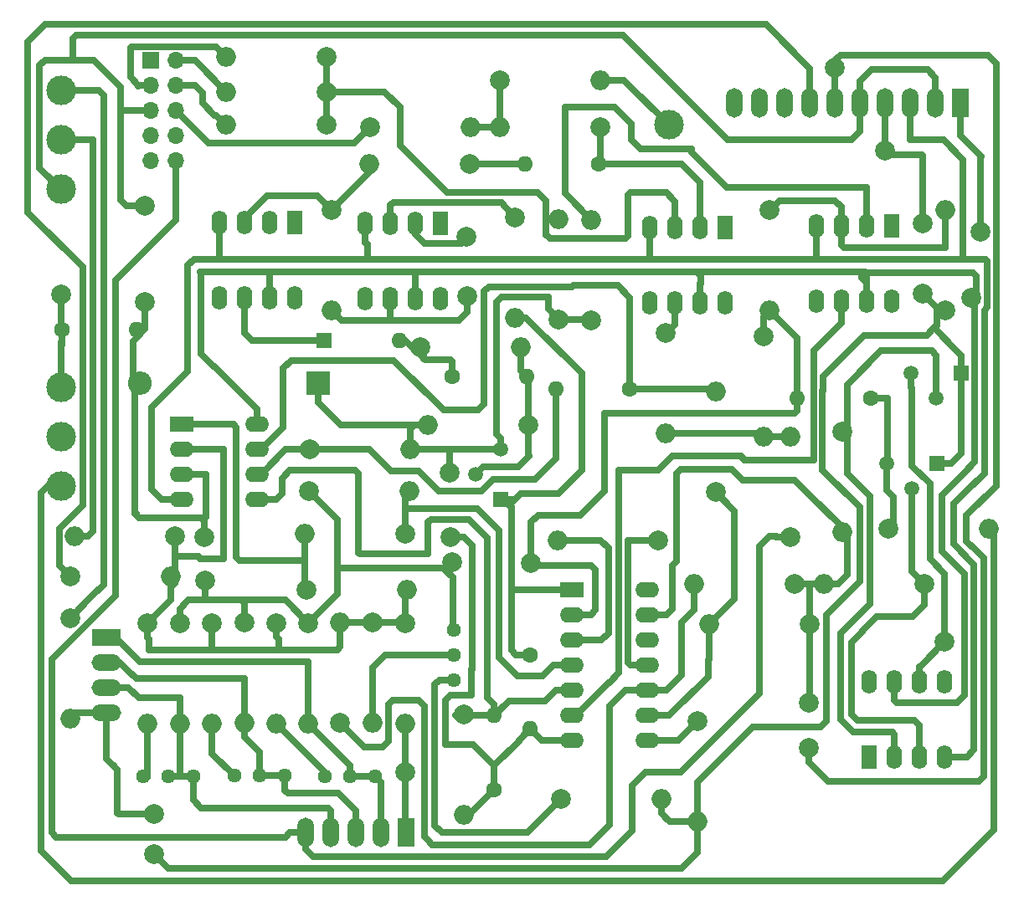
<source format=gbr>
G04 #@! TF.GenerationSoftware,KiCad,Pcbnew,(5.1.2-1)-1*
G04 #@! TF.CreationDate,2023-04-27T09:28:52+02:00*
G04 #@! TF.ProjectId,vco,76636f2e-6b69-4636-9164-5f7063625858,rev?*
G04 #@! TF.SameCoordinates,Original*
G04 #@! TF.FileFunction,Copper,L2,Bot*
G04 #@! TF.FilePolarity,Positive*
%FSLAX46Y46*%
G04 Gerber Fmt 4.6, Leading zero omitted, Abs format (unit mm)*
G04 Created by KiCad (PCBNEW (5.1.2-1)-1) date 2023-04-27 09:28:52*
%MOMM*%
%LPD*%
G04 APERTURE LIST*
%ADD10R,1.600000X2.400000*%
%ADD11O,1.600000X2.400000*%
%ADD12C,3.000000*%
%ADD13C,1.500000*%
%ADD14R,1.500000X1.500000*%
%ADD15O,1.600000X1.600000*%
%ADD16C,1.600000*%
%ADD17C,2.000000*%
%ADD18O,2.000000X2.000000*%
%ADD19R,3.000000X1.700000*%
%ADD20O,3.000000X1.700000*%
%ADD21R,2.400000X2.400000*%
%ADD22O,2.400000X2.400000*%
%ADD23R,2.400000X1.600000*%
%ADD24O,2.400000X1.600000*%
%ADD25R,1.600000X1.600000*%
%ADD26C,1.440000*%
%ADD27R,1.700000X3.000000*%
%ADD28O,1.700000X3.000000*%
%ADD29R,1.700000X1.700000*%
%ADD30O,1.700000X1.700000*%
%ADD31C,0.700000*%
G04 APERTURE END LIST*
D10*
X87731600Y-56413400D03*
D11*
X95351600Y-48793400D03*
X90271600Y-56413400D03*
X92811600Y-48793400D03*
X92811600Y-56413400D03*
X90271600Y-48793400D03*
X95351600Y-56413400D03*
X87731600Y-48793400D03*
D12*
X6000000Y11000000D03*
X6000000Y6000000D03*
X6000000Y1000000D03*
X6000000Y-19000000D03*
X6000000Y-24000000D03*
X6000000Y-29000000D03*
D13*
X47904400Y-27813000D03*
X50444400Y-25273000D03*
D14*
X50444400Y-30353000D03*
D15*
X56025400Y-19177000D03*
D16*
X63525400Y-19177000D03*
D17*
X79730600Y-34163000D03*
D18*
X79730600Y-24003000D03*
D19*
X10617200Y-44348400D03*
D20*
X10617200Y-46888400D03*
X10617200Y-49428400D03*
X10617200Y-51968400D03*
D17*
X6959600Y-38201600D03*
D18*
X17119600Y-38201600D03*
D21*
X31978600Y-18618200D03*
D22*
X13978600Y-18618200D03*
D23*
X18211800Y-22733000D03*
D24*
X25831800Y-30353000D03*
X18211800Y-25273000D03*
X25831800Y-27813000D03*
X18211800Y-27813000D03*
X25831800Y-25273000D03*
X18211800Y-30353000D03*
X25831800Y-22733000D03*
D17*
X6045200Y-9601200D03*
D25*
X32562800Y-14274800D03*
D15*
X40182800Y-14274800D03*
D26*
X45720000Y-43561000D03*
X45720000Y-46101000D03*
X45720000Y-48641000D03*
D27*
X96977200Y9753600D03*
D28*
X94437200Y9753600D03*
X91897200Y9753600D03*
X89357200Y9753600D03*
X86817200Y9753600D03*
X84277200Y9753600D03*
X81737200Y9753600D03*
X79197200Y9753600D03*
X76657200Y9753600D03*
X74117200Y9753600D03*
D27*
X40868600Y-64058800D03*
D28*
X38328600Y-64058800D03*
X35788600Y-64058800D03*
X33248600Y-64058800D03*
X30708600Y-64058800D03*
D12*
X67437000Y7543800D03*
D17*
X89662000Y-33299400D03*
D18*
X99822000Y-33299400D03*
D17*
X40817800Y-42900600D03*
D18*
X40817800Y-53060600D03*
D17*
X93294200Y-38912800D03*
D18*
X83134200Y-38912800D03*
D17*
X84988400Y-23495000D03*
D18*
X84988400Y-33655000D03*
X6934200Y-52527200D03*
D17*
X6934200Y-42367200D03*
D18*
X7366000Y-34086800D03*
D17*
X17526000Y-34086800D03*
X56540400Y-60706000D03*
D18*
X66700400Y-60706000D03*
X37465000Y-53009800D03*
D17*
X37465000Y-42849800D03*
D18*
X27787600Y-53035200D03*
D17*
X27787600Y-42875200D03*
D18*
X21285200Y-53060600D03*
D17*
X21285200Y-42900600D03*
D18*
X14757400Y-53060600D03*
D17*
X14757400Y-42900600D03*
X30988000Y-42875200D03*
D18*
X30988000Y-53035200D03*
X24536400Y-53009800D03*
D17*
X24536400Y-42849800D03*
D18*
X18008600Y-53060600D03*
D17*
X18008600Y-42900600D03*
D18*
X70358000Y-62966600D03*
D17*
X70358000Y-52806600D03*
D18*
X46761400Y-62306200D03*
D17*
X46761400Y-52146200D03*
D18*
X40944800Y-39497000D03*
D17*
X30784800Y-39497000D03*
X95427800Y-11277600D03*
D18*
X95427800Y-1117600D03*
D17*
X40817800Y-33858200D03*
D18*
X30657800Y-33858200D03*
X41198800Y-29565600D03*
D17*
X31038800Y-29565600D03*
X77647800Y-1117600D03*
D18*
X77647800Y-11277600D03*
X41351200Y-25323800D03*
D17*
X31191200Y-25323800D03*
X66395600Y-34493200D03*
D18*
X56235600Y-34493200D03*
D17*
X59613800Y-12242800D03*
D18*
X59613800Y-2082800D03*
D17*
X72186800Y-29641800D03*
D18*
X72186800Y-19481800D03*
D17*
X81661000Y-43002200D03*
D18*
X71501000Y-43002200D03*
X70002400Y-38912800D03*
D17*
X80162400Y-38912800D03*
D18*
X34213800Y-42849800D03*
D17*
X34213800Y-53009800D03*
D18*
X56337200Y-2006600D03*
D17*
X56337200Y-12166600D03*
X53263800Y-22834600D03*
D18*
X43103800Y-22834600D03*
X52476400Y-14935200D03*
D17*
X42316400Y-14935200D03*
X67157600Y-13538200D03*
D18*
X67157600Y-23698200D03*
X77012800Y-24053800D03*
D17*
X77012800Y-13893800D03*
X32867600Y10896600D03*
D18*
X22707600Y10896600D03*
X51917600Y-11963400D03*
D17*
X51917600Y-1803400D03*
D18*
X22707600Y14401800D03*
D17*
X32867600Y14401800D03*
X33350200Y-1117600D03*
D18*
X33350200Y-11277600D03*
D17*
X32816800Y7518400D03*
D18*
X22656800Y7518400D03*
X37160200Y3581400D03*
D17*
X47320200Y3581400D03*
D18*
X47371000Y7264400D03*
D17*
X37211000Y7264400D03*
X60528200Y7315200D03*
D18*
X50368200Y7315200D03*
D17*
X50342800Y12065000D03*
D18*
X60502800Y12065000D03*
D26*
X32715200Y-58420000D03*
X35255200Y-58420000D03*
X37795200Y-58420000D03*
X23545800Y-58343800D03*
X26085800Y-58343800D03*
X28625800Y-58343800D03*
X19354800Y-58369200D03*
X16814800Y-58369200D03*
X14274800Y-58369200D03*
D29*
X15036800Y14046200D03*
D30*
X17576800Y14046200D03*
X15036800Y11506200D03*
X17576800Y11506200D03*
X15036800Y8966200D03*
X17576800Y8966200D03*
X15036800Y6426200D03*
X17576800Y6426200D03*
X15036800Y3886200D03*
X17576800Y3886200D03*
D23*
X57658000Y-39522400D03*
D24*
X65278000Y-54762400D03*
X57658000Y-42062400D03*
X65278000Y-52222400D03*
X57658000Y-44602400D03*
X65278000Y-49682400D03*
X57658000Y-47142400D03*
X65278000Y-47142400D03*
X57658000Y-49682400D03*
X65278000Y-44602400D03*
X57658000Y-52222400D03*
X65278000Y-42062400D03*
X57658000Y-54762400D03*
X65278000Y-39522400D03*
D11*
X73177400Y-10464800D03*
X65557400Y-2844800D03*
X70637400Y-10464800D03*
X68097400Y-2844800D03*
X68097400Y-10464800D03*
X70637400Y-2844800D03*
X65557400Y-10464800D03*
D10*
X73177400Y-2844800D03*
X29616400Y-2336800D03*
D11*
X21996400Y-9956800D03*
X27076400Y-2336800D03*
X24536400Y-9956800D03*
X24536400Y-2336800D03*
X27076400Y-9956800D03*
X21996400Y-2336800D03*
X29616400Y-9956800D03*
X44399200Y-10083800D03*
X36779200Y-2463800D03*
X41859200Y-10083800D03*
X39319200Y-2463800D03*
X39319200Y-10083800D03*
X41859200Y-2463800D03*
X36779200Y-10083800D03*
D10*
X44399200Y-2463800D03*
D15*
X13621400Y-13157200D03*
D16*
X6121400Y-13157200D03*
X87909400Y-20142200D03*
D15*
X80409400Y-20142200D03*
D16*
X49809400Y-59740800D03*
D15*
X49809400Y-52240800D03*
X53067600Y-17932400D03*
D16*
X45567600Y-17932400D03*
X53441600Y-46101000D03*
D15*
X53441600Y-53601000D03*
D16*
X60375800Y3606800D03*
D15*
X52875800Y3606800D03*
D13*
X91998800Y-29311600D03*
X89458800Y-26771600D03*
D14*
X94538800Y-26771600D03*
X97028000Y-17627600D03*
D13*
X91948000Y-17627600D03*
X94488000Y-20167600D03*
D11*
X89966800Y-10337800D03*
X82346800Y-2717800D03*
X87426800Y-10337800D03*
X84886800Y-2717800D03*
X84886800Y-10337800D03*
X87426800Y-2717800D03*
X82346800Y-10337800D03*
D10*
X89966800Y-2717800D03*
D17*
X20599400Y-38557200D03*
X20523200Y-34163000D03*
X53543200Y-36804600D03*
X45542200Y-36753800D03*
X14510400Y-642000D03*
X14452600Y-10414000D03*
X45288200Y-27635200D03*
X45339000Y-34213800D03*
X99009200Y-3302000D03*
X98044000Y-10007600D03*
X15443200Y-62230000D03*
X15392400Y-66294000D03*
X93116400Y-9525000D03*
X93116400Y-2438400D03*
X89357200Y4902200D03*
X81610200Y-50927000D03*
X81610200Y-55524400D03*
X84277200Y13309600D03*
X95351600Y-44805600D03*
X40817800Y-57962800D03*
X46990000Y-3784600D03*
X47091600Y-9804400D03*
D31*
X6121400Y-14681200D02*
X6000000Y-14802600D01*
X6000000Y-14802600D02*
X6000000Y-19000000D01*
X6121400Y-13157200D02*
X6121400Y-14681200D01*
X6000000Y-14497800D02*
X6000000Y-14802600D01*
X6045200Y-13081000D02*
X6121400Y-13157200D01*
X6045200Y-9601200D02*
X6045200Y-13081000D01*
X59558000Y-42062400D02*
X60045600Y-41574800D01*
X57658000Y-42062400D02*
X59558000Y-42062400D01*
X60045600Y-41574800D02*
X60045600Y-37490400D01*
X60045600Y-37490400D02*
X59613800Y-37058600D01*
X59613800Y-37058600D02*
X53797200Y-37058600D01*
X53543200Y-36804600D02*
X53543200Y-32689800D01*
X53543200Y-32689800D02*
X54279800Y-31953200D01*
X54279800Y-31953200D02*
X58521600Y-31953200D01*
X18008600Y-41486387D02*
X18389600Y-41105387D01*
X18008600Y-42900600D02*
X18008600Y-41486387D01*
X18389600Y-41105387D02*
X18389600Y-41071800D01*
X18389600Y-41071800D02*
X18897600Y-40563800D01*
X28676600Y-40563800D02*
X30988000Y-42875200D01*
X24536400Y-40868600D02*
X24231600Y-40563800D01*
X24536400Y-42849800D02*
X24536400Y-40868600D01*
X24231600Y-40563800D02*
X28676600Y-40563800D01*
X33909000Y-39954200D02*
X30988000Y-42875200D01*
X33909000Y-32435800D02*
X33909000Y-37312600D01*
X31038800Y-29565600D02*
X33909000Y-32435800D01*
X33909000Y-37312600D02*
X33909000Y-37871400D01*
X33909000Y-37871400D02*
X33909000Y-39954200D01*
X45593000Y-43434000D02*
X45720000Y-43561000D01*
X45593000Y-39377000D02*
X45593000Y-43434000D01*
X44659970Y-37312600D02*
X33909000Y-37312600D01*
X45593000Y-39377000D02*
X45593000Y-38245630D01*
X20599400Y-38557200D02*
X20599400Y-40386000D01*
X20777200Y-40563800D02*
X24231600Y-40563800D01*
X20599400Y-40386000D02*
X20777200Y-40563800D01*
X18897600Y-40563800D02*
X20777200Y-40563800D01*
X13462000Y-31851600D02*
X13462000Y-19320800D01*
X53797200Y-37058600D02*
X53543200Y-36804600D01*
X45542200Y-36753800D02*
X44974085Y-37321915D01*
X44974085Y-37321915D02*
X44974085Y-37626715D01*
X44974085Y-37626715D02*
X44659970Y-37312600D01*
X45593000Y-38245630D02*
X44974085Y-37626715D01*
X58521600Y-31953200D02*
X60934600Y-29540200D01*
X80409400Y-14039200D02*
X77647800Y-11277600D01*
X80409400Y-20142200D02*
X80409400Y-14039200D01*
X60934600Y-21691600D02*
X80137000Y-21691600D01*
X60934600Y-29540200D02*
X60934600Y-21691600D01*
X80409400Y-21419200D02*
X80409400Y-20142200D01*
X80137000Y-21691600D02*
X80409400Y-21419200D01*
X77012800Y-11912600D02*
X77647800Y-11277600D01*
X77012800Y-13893800D02*
X77012800Y-11912600D01*
X13267400Y-14349400D02*
X14510400Y-13106400D01*
X13267400Y-18516600D02*
X13267400Y-14349400D01*
X12090400Y8966200D02*
X15036800Y8966200D01*
X12039600Y9017000D02*
X12090400Y8966200D01*
X12039600Y-101600D02*
X12580000Y-642000D01*
X12580000Y-642000D02*
X14510400Y-642000D01*
X12039600Y9017000D02*
X12039600Y-101600D01*
X14452600Y-13048600D02*
X14510400Y-13106400D01*
X14452600Y-10414000D02*
X14452600Y-13048600D01*
X14344000Y-13157200D02*
X14452600Y-13048600D01*
X13621400Y-13157200D02*
X14344000Y-13157200D01*
X12039600Y11353800D02*
X12039600Y9017000D01*
X11988800Y11353800D02*
X12039600Y11353800D01*
X9271000Y14071600D02*
X11988800Y11353800D01*
X3842900Y13545700D02*
X4368800Y14071600D01*
X3842900Y3157100D02*
X3842900Y13545700D01*
X6000000Y1000000D02*
X3842900Y3157100D01*
X7188200Y14071600D02*
X7188200Y16256000D01*
X4368800Y14071600D02*
X7188200Y14071600D01*
X7188200Y14071600D02*
X9271000Y14071600D01*
X7188200Y16256000D02*
X7518400Y16586200D01*
X7518400Y16586200D02*
X62788800Y16586200D01*
X62788800Y16586200D02*
X73380600Y5994400D01*
X73380600Y5994400D02*
X85953600Y5994400D01*
X86817200Y6858000D02*
X86817200Y9753600D01*
X85953600Y5994400D02*
X86817200Y6858000D01*
X86817200Y11953600D02*
X87970000Y13106400D01*
X86817200Y9753600D02*
X86817200Y11953600D01*
X87970000Y13106400D02*
X93649800Y13106400D01*
X94437200Y12319000D02*
X94437200Y9753600D01*
X93649800Y13106400D02*
X94437200Y12319000D01*
X13462000Y-31851600D02*
X13639800Y-31851600D01*
X13462000Y-31851600D02*
X13487400Y-31851600D01*
X13487400Y-31851600D02*
X13843000Y-32207200D01*
X20193000Y-32207200D02*
X20523200Y-32537400D01*
X13843000Y-32207200D02*
X20193000Y-32207200D01*
X20523200Y-32537400D02*
X20523200Y-34163000D01*
X20650200Y-27813000D02*
X18211800Y-27813000D01*
X20523200Y-32537400D02*
X20523200Y-32283400D01*
X20650200Y-32156400D02*
X20523200Y-32283400D01*
X20650200Y-27813000D02*
X20650200Y-32156400D01*
X89611200Y-26619200D02*
X89458800Y-26771600D01*
X89611200Y-20142200D02*
X89611200Y-26619200D01*
X89611200Y-20142200D02*
X87909400Y-20142200D01*
X89458800Y-26771600D02*
X89458800Y-29438600D01*
X90170000Y-30149800D02*
X90170000Y-33248600D01*
X89458800Y-29438600D02*
X90170000Y-30149800D01*
X47345600Y-62204600D02*
X49809400Y-59740800D01*
X52284830Y-54820200D02*
X52284830Y-54757770D01*
X52284830Y-54757770D02*
X53441600Y-53601000D01*
X49809400Y-57295630D02*
X52284830Y-54820200D01*
X49809400Y-59740800D02*
X49809400Y-57295630D01*
X54603000Y-54762400D02*
X53441600Y-53601000D01*
X57658000Y-54762400D02*
X54603000Y-54762400D01*
X46609802Y-25323800D02*
X41351200Y-25323800D01*
X41384787Y-23139400D02*
X41351200Y-23139400D01*
X41689587Y-22834600D02*
X41384787Y-23139400D01*
X43103800Y-22834600D02*
X41689587Y-22834600D01*
X41351200Y-23139400D02*
X41351200Y-25323800D01*
X59537600Y-12166600D02*
X59613800Y-12242800D01*
X56337200Y-12166600D02*
X59537600Y-12166600D01*
X50038000Y-23805940D02*
X50038000Y-10414000D01*
X50038000Y-10414000D02*
X50571400Y-9880600D01*
X50571400Y-9880600D02*
X55245000Y-9880600D01*
X55245000Y-11074400D02*
X56337200Y-12166600D01*
X55245000Y-9880600D02*
X55245000Y-11074400D01*
X48615600Y-25273000D02*
X50444400Y-25273000D01*
X48564800Y-25323800D02*
X48615600Y-25273000D01*
X50444400Y-24212340D02*
X50444400Y-25273000D01*
X50038000Y-23805940D02*
X50444400Y-24212340D01*
X41351200Y-25323800D02*
X45313600Y-25323800D01*
X45313600Y-27609800D02*
X45288200Y-27635200D01*
X45313600Y-25323800D02*
X45313600Y-27609800D01*
X45313600Y-25323800D02*
X48564800Y-25323800D01*
X47472600Y-50215800D02*
X45339000Y-50215800D01*
X47523400Y-50165000D02*
X47472600Y-50215800D01*
X47523400Y-47599600D02*
X47523400Y-50165000D01*
X47548800Y-47574200D02*
X47523400Y-47599600D01*
X45339000Y-50215800D02*
X44881800Y-50673000D01*
X47548800Y-35009387D02*
X47548800Y-47574200D01*
X44881800Y-50673000D02*
X44881800Y-55143400D01*
X46753213Y-34213800D02*
X47548800Y-35009387D01*
X45339000Y-34213800D02*
X46753213Y-34213800D01*
X34295000Y-22834600D02*
X43103800Y-22834600D01*
X31978600Y-20518200D02*
X34295000Y-22834600D01*
X31978600Y-18618200D02*
X31978600Y-20518200D01*
X47657170Y-55143400D02*
X49809400Y-57295630D01*
X44881800Y-55143400D02*
X47657170Y-55143400D01*
X56032400Y-49682400D02*
X57658000Y-49682400D01*
X51262900Y-50787300D02*
X49809400Y-52240800D01*
X54927500Y-50787300D02*
X51262900Y-50787300D01*
X54927500Y-50787300D02*
X56032400Y-49682400D01*
X48253000Y-52240800D02*
X45916200Y-52240800D01*
X49809400Y-52240800D02*
X48253000Y-52240800D01*
X49809400Y-51109430D02*
X49809400Y-52240800D01*
X49098200Y-50398230D02*
X49809400Y-51109430D01*
X36220400Y-35915600D02*
X43129200Y-35915600D01*
X36093400Y-27787600D02*
X36093400Y-35788600D01*
X35737800Y-27432000D02*
X36093400Y-27787600D01*
X43129200Y-32664400D02*
X43408600Y-32385000D01*
X29159200Y-27432000D02*
X35737800Y-27432000D01*
X43129200Y-35915600D02*
X43129200Y-32664400D01*
X28318500Y-29766300D02*
X28318500Y-28272700D01*
X36093400Y-35788600D02*
X36220400Y-35915600D01*
X28318500Y-28272700D02*
X29159200Y-27432000D01*
X27731800Y-30353000D02*
X28318500Y-29766300D01*
X25831800Y-30353000D02*
X27731800Y-30353000D01*
X47244000Y-32435800D02*
X49098200Y-34290000D01*
X47244000Y-32385000D02*
X47244000Y-32435800D01*
X49098200Y-34290000D02*
X49098200Y-50398230D01*
X43408600Y-32385000D02*
X47244000Y-32385000D01*
X28721000Y-25323800D02*
X31191200Y-25323800D01*
X26231800Y-27813000D02*
X28721000Y-25323800D01*
X25831800Y-27813000D02*
X26231800Y-27813000D01*
X56025400Y-19177000D02*
X56025400Y-26219800D01*
X56025400Y-26219800D02*
X53924200Y-28321000D01*
X49729866Y-28321000D02*
X48485266Y-29565600D01*
X53924200Y-28321000D02*
X49729866Y-28321000D01*
X48485266Y-29565600D02*
X44221400Y-29565600D01*
X44221400Y-29565600D02*
X42189400Y-27533600D01*
X42189400Y-27533600D02*
X39344600Y-27533600D01*
X37134800Y-25323800D02*
X31191200Y-25323800D01*
X39344600Y-27533600D02*
X37134800Y-25323800D01*
X71882000Y-19177000D02*
X72186800Y-19481800D01*
X63525400Y-19177000D02*
X71882000Y-19177000D01*
X63525400Y-9982200D02*
X63525400Y-19177000D01*
X57785000Y-8737600D02*
X62280800Y-8737600D01*
X28422600Y-17119600D02*
X29260800Y-16281400D01*
X48793400Y-20751800D02*
X48793400Y-9321800D01*
X48209200Y-21336000D02*
X48793400Y-20751800D01*
X39624000Y-16281400D02*
X44678600Y-21336000D01*
X49250600Y-8864600D02*
X57658000Y-8864600D01*
X44678600Y-21336000D02*
X48209200Y-21336000D01*
X62280800Y-8737600D02*
X63525400Y-9982200D01*
X29260800Y-16281400D02*
X39624000Y-16281400D01*
X26231800Y-25273000D02*
X28422600Y-23082200D01*
X28422600Y-23082200D02*
X28422600Y-17119600D01*
X48793400Y-9321800D02*
X49250600Y-8864600D01*
X57658000Y-8864600D02*
X57785000Y-8737600D01*
X25831800Y-25273000D02*
X26231800Y-25273000D01*
X53390800Y-22961600D02*
X53245400Y-23107000D01*
X53245400Y-19456400D02*
X53245400Y-23107000D01*
X53263800Y-18128600D02*
X53067600Y-17932400D01*
X53263800Y-22834600D02*
X53263800Y-18128600D01*
X52476400Y-17341200D02*
X53067600Y-17932400D01*
X52476400Y-14935200D02*
X52476400Y-17341200D01*
X52197000Y-27076400D02*
X53340000Y-25933400D01*
X53263800Y-25857200D02*
X53263800Y-22834600D01*
X53340000Y-25933400D02*
X53263800Y-25857200D01*
X48654399Y-27063001D02*
X47904400Y-27813000D01*
X50151601Y-27063001D02*
X48654399Y-27063001D01*
X50165000Y-27076400D02*
X50151601Y-27063001D01*
X50165000Y-27076400D02*
X52197000Y-27076400D01*
X42824400Y-16256000D02*
X45415200Y-16256000D01*
X40843200Y-14274800D02*
X42824400Y-16256000D01*
X40182800Y-14274800D02*
X40843200Y-14274800D01*
X45567600Y-16408400D02*
X45415200Y-16256000D01*
X45567600Y-17932400D02*
X45567600Y-16408400D01*
X42688001Y-16119601D02*
X42824400Y-16256000D01*
X42688001Y-15935199D02*
X42688001Y-16119601D01*
X42316400Y-15563598D02*
X42688001Y-15935199D01*
X42316400Y-14935200D02*
X42316400Y-15563598D01*
X51714400Y-39522400D02*
X51522800Y-39330800D01*
X51968400Y-46101000D02*
X53441600Y-46101000D01*
X51522800Y-45655400D02*
X51968400Y-46101000D01*
X51522800Y-39330800D02*
X51522800Y-45655400D01*
X57658000Y-39522400D02*
X51714400Y-39522400D01*
X51522800Y-34176800D02*
X51522800Y-39330800D01*
X51522800Y-31177400D02*
X51522800Y-34176800D01*
X50444400Y-30353000D02*
X50698400Y-30353000D01*
X51894400Y-30353000D02*
X50444400Y-30353000D01*
X52453200Y-29794200D02*
X51894400Y-30353000D01*
X58674000Y-17602200D02*
X58674000Y-27432000D01*
X51917600Y-11963400D02*
X53035200Y-11963400D01*
X56311800Y-29794200D02*
X52453200Y-29794200D01*
X53035200Y-11963400D02*
X58674000Y-17602200D01*
X58674000Y-27432000D02*
X56311800Y-29794200D01*
X51892200Y-30353000D02*
X51295300Y-30949900D01*
X51295300Y-30949900D02*
X51522800Y-31177400D01*
X51894400Y-30353000D02*
X51892200Y-30353000D01*
X50698400Y-30353000D02*
X51295300Y-30949900D01*
X70637400Y-2844800D02*
X70637400Y1727200D01*
X68757800Y3606800D02*
X60375800Y3606800D01*
X70637400Y1727200D02*
X68757800Y3606800D01*
X60528200Y3759200D02*
X60375800Y3606800D01*
X60528200Y7315200D02*
X60528200Y3759200D01*
X47345600Y3606800D02*
X47320200Y3581400D01*
X52875800Y3606800D02*
X47345600Y3606800D01*
X32562800Y-14274800D02*
X25273000Y-14274800D01*
X24536400Y-13538200D02*
X24536400Y-9956800D01*
X25273000Y-14274800D02*
X24536400Y-13538200D01*
X38760400Y-46101000D02*
X45720000Y-46101000D01*
X37465000Y-47396400D02*
X38760400Y-46101000D01*
X37465000Y-53009800D02*
X37465000Y-47396400D01*
X43789600Y-63373000D02*
X43789600Y-49098200D01*
X44246800Y-48641000D02*
X45720000Y-48641000D01*
X43789600Y-49098200D02*
X44246800Y-48641000D01*
X53162200Y-64084200D02*
X53340000Y-63906400D01*
X44500800Y-64084200D02*
X53162200Y-64084200D01*
X56540400Y-60706000D02*
X53340000Y-63906400D01*
X44500800Y-64084200D02*
X43789600Y-63373000D01*
X3949999Y-29679601D02*
X4629600Y-29000000D01*
X7035800Y-68986400D02*
X3949999Y-65900599D01*
X3949999Y-65900599D02*
X3949999Y-29679601D01*
X4629600Y-29000000D02*
X6000000Y-29000000D01*
X95199200Y-68986400D02*
X7035800Y-68986400D01*
X100330000Y-33248600D02*
X100330000Y-63855600D01*
X100330000Y-63855600D02*
X99822000Y-64363600D01*
X99822000Y-64363600D02*
X95199200Y-68986400D01*
X38811200Y-7340600D02*
X27228800Y-7340600D01*
X27076400Y-7493000D02*
X27076400Y-9956800D01*
X27228800Y-7340600D02*
X27076400Y-7493000D01*
X41859200Y-10083800D02*
X41859200Y-8183800D01*
X70662800Y-8539400D02*
X70662800Y-7772400D01*
X70637400Y-8564800D02*
X70662800Y-8539400D01*
X70637400Y-10464800D02*
X70637400Y-8564800D01*
X86918800Y-7929800D02*
X86918800Y-7772400D01*
X87426800Y-8437800D02*
X86918800Y-7929800D01*
X87426800Y-10337800D02*
X87426800Y-8437800D01*
X38811200Y-7340600D02*
X41808400Y-7340600D01*
X41859200Y-7391400D02*
X41859200Y-10083800D01*
X41808400Y-7340600D02*
X41859200Y-7391400D01*
X70231000Y-7340600D02*
X70662800Y-7772400D01*
X41808400Y-7340600D02*
X70231000Y-7340600D01*
X87426800Y-8437800D02*
X87426800Y-7442200D01*
X87426800Y-7442200D02*
X87325200Y-7340600D01*
X70231000Y-7340600D02*
X87325200Y-7340600D01*
X25831800Y-21233000D02*
X25831800Y-22733000D01*
X21540600Y-16941800D02*
X25831800Y-21233000D01*
X21386800Y-16941800D02*
X21540600Y-16941800D01*
X20116800Y-15671800D02*
X21386800Y-16941800D01*
X20116800Y-7391400D02*
X20116800Y-15671800D01*
X20066000Y-7340600D02*
X20116800Y-7391400D01*
X27228800Y-7340600D02*
X20066000Y-7340600D01*
X96977200Y9753600D02*
X96977200Y6426200D01*
X98526600Y-7747000D02*
X98526600Y-9779000D01*
X98221800Y-7442200D02*
X98526600Y-7747000D01*
X87426800Y-7442200D02*
X98221800Y-7442200D01*
X99009200Y4292600D02*
X99009200Y-3302000D01*
X99060000Y4343400D02*
X99009200Y4292600D01*
X96977200Y6426200D02*
X99060000Y4343400D01*
X97358200Y-50190400D02*
X96601200Y-50947400D01*
X97358200Y-37922200D02*
X97358200Y-50190400D01*
X95046800Y-35610800D02*
X97358200Y-37922200D01*
X95046800Y-29921200D02*
X95046800Y-35610800D01*
X90271600Y-50693400D02*
X90271600Y-48793400D01*
X97320100Y-27647900D02*
X95046800Y-29921200D01*
X98415601Y-10778999D02*
X98415601Y-26603199D01*
X97370900Y-27647900D02*
X97320100Y-27647900D01*
X90525600Y-50947400D02*
X90271600Y-50693400D01*
X96601200Y-50947400D02*
X90525600Y-50947400D01*
X98415601Y-26603199D02*
X97370900Y-27647900D01*
X21996400Y-4236800D02*
X22021800Y-4262200D01*
X21996400Y-2336800D02*
X21996400Y-4236800D01*
X21996400Y-2336800D02*
X21996400Y-1936800D01*
X91897200Y6019800D02*
X95224600Y6019800D01*
X91897200Y6019800D02*
X91897200Y9753600D01*
X97218500Y-5778500D02*
X96901000Y-6096000D01*
X97218500Y4025900D02*
X97218500Y-5778500D01*
X95224600Y6019800D02*
X97218500Y4025900D01*
X96901000Y-6096000D02*
X82931000Y-6096000D01*
X97409000Y-6096000D02*
X96901000Y-6096000D01*
X18821400Y-6705600D02*
X19431000Y-6096000D01*
X15189200Y-21031200D02*
X18821400Y-17399000D01*
X18821400Y-17399000D02*
X18821400Y-6705600D01*
X18211800Y-30353000D02*
X16154400Y-30353000D01*
X16154400Y-30353000D02*
X15189200Y-29387800D01*
X15189200Y-29387800D02*
X15189200Y-21031200D01*
X21996400Y-5816600D02*
X22275800Y-6096000D01*
X21996400Y-4236800D02*
X21996400Y-5816600D01*
X19431000Y-6096000D02*
X22275800Y-6096000D01*
X36779200Y-4363800D02*
X36957000Y-4541600D01*
X36779200Y-2463800D02*
X36779200Y-4363800D01*
X36957000Y-4541600D02*
X36957000Y-6096000D01*
X22275800Y-6096000D02*
X36957000Y-6096000D01*
X65557400Y-5816600D02*
X65278000Y-6096000D01*
X65557400Y-2844800D02*
X65557400Y-5816600D01*
X36957000Y-6096000D02*
X65278000Y-6096000D01*
X82346800Y-5867400D02*
X82118200Y-6096000D01*
X82346800Y-2717800D02*
X82346800Y-5867400D01*
X82118200Y-6096000D02*
X97409000Y-6096000D01*
X65278000Y-6096000D02*
X82118200Y-6096000D01*
X97409000Y-29641800D02*
X96240600Y-30810200D01*
X97434400Y-29641800D02*
X97409000Y-29641800D01*
X97586800Y-56413400D02*
X95351600Y-56413400D01*
X98323400Y-36982400D02*
X98323400Y-55676800D01*
X99364800Y-27711400D02*
X97434400Y-29641800D01*
X96240600Y-34899600D02*
X98323400Y-36982400D01*
X99364800Y-11234802D02*
X99364800Y-27711400D01*
X97409000Y-6096000D02*
X99494606Y-6096000D01*
X96240600Y-30810200D02*
X96240600Y-34899600D01*
X98323400Y-55676800D02*
X97586800Y-56413400D01*
X99494606Y-6096000D02*
X99660901Y-6262295D01*
X99660901Y-6262295D02*
X99660901Y-10938701D01*
X99660901Y-10938701D02*
X99364800Y-11234802D01*
X11379200Y-57353202D02*
X11709400Y-57683402D01*
X11379200Y-57328400D02*
X11379200Y-57353202D01*
X94538800Y-11328400D02*
X94538800Y-12742613D01*
X10617200Y-56591202D02*
X10617200Y-51968400D01*
X11709400Y-57683402D02*
X10617200Y-56591202D01*
X7493000Y-51968400D02*
X6934200Y-52527200D01*
X10617200Y-51968400D02*
X7493000Y-51968400D01*
X66700400Y-60706000D02*
X66700400Y-62120213D01*
X70358000Y-62966600D02*
X67546786Y-62966600D01*
X67546786Y-62966600D02*
X66933093Y-62352907D01*
X66933093Y-62352907D02*
X67259200Y-62679013D01*
X66700400Y-62120213D02*
X66933093Y-62352907D01*
X11709400Y-57683402D02*
X11709400Y-62103000D01*
X11836400Y-62230000D02*
X15443200Y-62230000D01*
X11709400Y-62103000D02*
X11836400Y-62230000D01*
X89357200Y4902200D02*
X89357200Y9753600D01*
X94538800Y-10947400D02*
X93116400Y-9525000D01*
X94538800Y-11328400D02*
X94538800Y-10947400D01*
X93116400Y-2438400D02*
X93116400Y4419600D01*
X93002100Y4533900D02*
X89725500Y4533900D01*
X93116400Y4419600D02*
X93002100Y4533900D01*
X89725500Y4533900D02*
X89357200Y4902200D01*
X70358000Y-66090800D02*
X70358000Y-62966600D01*
X68707000Y-67741800D02*
X70358000Y-66090800D01*
X16840200Y-67741800D02*
X15392400Y-66294000D01*
X17195800Y-67741800D02*
X16840200Y-67741800D01*
X17195800Y-67741800D02*
X68707000Y-67741800D01*
X97028000Y-15798800D02*
X97028000Y-17627600D01*
X95988800Y-26771600D02*
X94538800Y-26771600D01*
X97028000Y-25732400D02*
X95988800Y-26771600D01*
X97028000Y-17627600D02*
X97028000Y-25732400D01*
X96545400Y-15316200D02*
X97028000Y-15798800D01*
X94229907Y-13051507D02*
X94280707Y-13051507D01*
X94538800Y-12742613D02*
X94229907Y-13051507D01*
X94280707Y-13051507D02*
X96545400Y-15316200D01*
X70358000Y-58953400D02*
X70358000Y-62966600D01*
X75920600Y-53390800D02*
X70358000Y-58953400D01*
X82829400Y-53365400D02*
X82829400Y-53390800D01*
X83362800Y-52832000D02*
X82829400Y-53365400D01*
X82829400Y-53390800D02*
X75920600Y-53390800D01*
X83362800Y-42087800D02*
X83362800Y-52832000D01*
X83464400Y-17500600D02*
X83464400Y-17526000D01*
X83032600Y-19380200D02*
X83007200Y-19405600D01*
X86741000Y-31165800D02*
X86741000Y-38709600D01*
X83007200Y-19405600D02*
X83007200Y-27432000D01*
X86741000Y-38709600D02*
X83362800Y-42087800D01*
X83032600Y-17957800D02*
X83032600Y-19380200D01*
X87198200Y-13766800D02*
X83464400Y-17500600D01*
X83464400Y-17526000D02*
X83032600Y-17957800D01*
X83007200Y-27432000D02*
X86741000Y-31165800D01*
X93514613Y-13766800D02*
X87198200Y-13766800D01*
X94229907Y-13051507D02*
X93514613Y-13766800D01*
X85496400Y-37964813D02*
X85496400Y-33705800D01*
X84548413Y-38912800D02*
X85496400Y-37964813D01*
X83134200Y-38912800D02*
X84548413Y-38912800D01*
X81661000Y-38989000D02*
X81661000Y-43002200D01*
X81584800Y-38912800D02*
X81661000Y-38989000D01*
X80162400Y-38912800D02*
X81584800Y-38912800D01*
X81584800Y-38912800D02*
X83134200Y-38912800D01*
X81051400Y-29260800D02*
X85496400Y-33705800D01*
X74930000Y-28397200D02*
X80187800Y-28397200D01*
X73837800Y-27305000D02*
X74930000Y-28397200D01*
X68681600Y-27305000D02*
X73837800Y-27305000D01*
X80187800Y-28397200D02*
X81051400Y-29260800D01*
X68275200Y-27711400D02*
X68681600Y-27305000D01*
X68275200Y-36601400D02*
X68275200Y-27711400D01*
X67777400Y-37099200D02*
X68275200Y-36601400D01*
X67777400Y-41463000D02*
X67777400Y-37099200D01*
X67178000Y-42062400D02*
X67777400Y-41463000D01*
X65278000Y-42062400D02*
X67178000Y-42062400D01*
X81661000Y-50876200D02*
X81610200Y-50927000D01*
X81661000Y-43002200D02*
X81661000Y-50876200D01*
X84277200Y9753600D02*
X84277200Y13309600D01*
X81610200Y-56938613D02*
X81610200Y-55524400D01*
X99339400Y-58369200D02*
X98831400Y-58877200D01*
X83548787Y-58877200D02*
X81610200Y-56938613D01*
X98577400Y-35560000D02*
X99339400Y-36322000D01*
X98552000Y-35560000D02*
X98577400Y-35560000D01*
X99745800Y14579600D02*
X100560910Y13764490D01*
X97561400Y-31978600D02*
X97561400Y-34569400D01*
X98831400Y-58877200D02*
X83548787Y-58877200D01*
X100560910Y-28979090D02*
X97561400Y-31978600D01*
X100560910Y13764490D02*
X100560910Y-28979090D01*
X99339400Y-36322000D02*
X99339400Y-58369200D01*
X97561400Y-34569400D02*
X98552000Y-35560000D01*
X84810600Y14579600D02*
X99745800Y14579600D01*
X84277200Y14046200D02*
X84810600Y14579600D01*
X84277200Y13309600D02*
X84277200Y14046200D01*
X81737200Y13233400D02*
X81737200Y9753600D01*
X77292200Y17678400D02*
X81737200Y13233400D01*
X4368800Y17678400D02*
X77292200Y17678400D01*
X2641600Y15951200D02*
X4368800Y17678400D01*
X2641600Y-1295400D02*
X2641600Y15951200D01*
X8178800Y-6832600D02*
X2641600Y-1295400D01*
X8178800Y-30979998D02*
X8178800Y-6832600D01*
X5815999Y-37057999D02*
X5815999Y-33342799D01*
X5815999Y-33342799D02*
X8178800Y-30979998D01*
X6959600Y-38201600D02*
X5815999Y-37057999D01*
X40817800Y-64008000D02*
X40868600Y-64058800D01*
X40817800Y-57962800D02*
X40817800Y-64008000D01*
X40817800Y-53060600D02*
X40817800Y-57962800D01*
X92887800Y-47269400D02*
X95351600Y-44805600D01*
X92811600Y-47269400D02*
X92887800Y-47269400D01*
X92811600Y-48793400D02*
X92811600Y-47269400D01*
X93853000Y-28803600D02*
X93853000Y-36423600D01*
X93853000Y-36423600D02*
X95351600Y-37922200D01*
X92024200Y-26974800D02*
X93853000Y-28803600D01*
X95351600Y-37922200D02*
X95351600Y-44805600D01*
X92024200Y-19126200D02*
X92024200Y-26974800D01*
X91948000Y-19050000D02*
X92024200Y-19126200D01*
X91948000Y-17627600D02*
X91948000Y-19050000D01*
X38328600Y-58953400D02*
X37795200Y-58420000D01*
X38328600Y-64058800D02*
X38328600Y-58953400D01*
X37795200Y-58420000D02*
X35255200Y-58420000D01*
X35255200Y-57302400D02*
X30988000Y-53035200D01*
X35255200Y-58420000D02*
X35255200Y-57302400D01*
X30988000Y-53035200D02*
X30988000Y-46786800D01*
X11550006Y-44348400D02*
X10617200Y-44348400D01*
X13988406Y-46786800D02*
X11550006Y-44348400D01*
X30988000Y-46786800D02*
X13988406Y-46786800D01*
X28625800Y-58343800D02*
X26085800Y-58343800D01*
X26085800Y-55973413D02*
X26085800Y-56896000D01*
X24536400Y-54424013D02*
X26085800Y-55973413D01*
X24536400Y-53009800D02*
X24536400Y-54424013D01*
X26085800Y-58343800D02*
X26085800Y-56896000D01*
X34051600Y-60121800D02*
X35788600Y-61858800D01*
X28930600Y-60121800D02*
X34051600Y-60121800D01*
X28625800Y-59817000D02*
X28930600Y-60121800D01*
X35788600Y-61858800D02*
X35788600Y-64058800D01*
X28625800Y-58343800D02*
X28625800Y-59817000D01*
X24536400Y-48514000D02*
X13614400Y-48514000D01*
X24536400Y-53009800D02*
X24536400Y-48514000D01*
X12817200Y-47716800D02*
X13614400Y-48514000D01*
X12741000Y-47716800D02*
X11912600Y-46888400D01*
X12817200Y-47716800D02*
X12741000Y-47716800D01*
X11912600Y-46888400D02*
X10617200Y-46888400D01*
X33248600Y-61858800D02*
X33010200Y-61620400D01*
X33248600Y-64058800D02*
X33248600Y-61858800D01*
X33010200Y-61620400D02*
X20167600Y-61620400D01*
X19354800Y-60807600D02*
X19354800Y-58369200D01*
X20167600Y-61620400D02*
X19354800Y-60807600D01*
X18008600Y-58166000D02*
X17805400Y-58369200D01*
X18008600Y-53060600D02*
X18008600Y-58166000D01*
X17805400Y-58369200D02*
X16814800Y-58369200D01*
X19354800Y-58369200D02*
X17805400Y-58369200D01*
X18008600Y-50469800D02*
X18008600Y-53060600D01*
X18008600Y-50469800D02*
X13843000Y-50469800D01*
X12817200Y-49428400D02*
X10617200Y-49428400D01*
X13843000Y-50454200D02*
X12817200Y-49428400D01*
X13843000Y-50469800D02*
X13843000Y-50454200D01*
X11517399Y-8167601D02*
X17576800Y-2108200D01*
X11517399Y-40108199D02*
X11517399Y-8167601D01*
X5054600Y-46570998D02*
X11517399Y-40108199D01*
X17576800Y-2108200D02*
X17576800Y3886200D01*
X28675399Y-64542001D02*
X5537801Y-64542001D01*
X29158600Y-64058800D02*
X28675399Y-64542001D01*
X5537801Y-64542001D02*
X5054600Y-64058800D01*
X30708600Y-64058800D02*
X29158600Y-64058800D01*
X5054600Y-64058800D02*
X5054600Y-46570998D01*
X78316387Y-34163000D02*
X79730600Y-34163000D01*
X68681600Y-57988200D02*
X76647801Y-50021999D01*
X65125600Y-57988200D02*
X68681600Y-57988200D01*
X78290987Y-34137600D02*
X78316387Y-34163000D01*
X63779400Y-59334400D02*
X65125600Y-57988200D01*
X77647800Y-34137600D02*
X78290987Y-34137600D01*
X31496000Y-66522600D02*
X61163200Y-66522600D01*
X76647801Y-35137599D02*
X77647800Y-34137600D01*
X63779400Y-63906400D02*
X63779400Y-59334400D01*
X30708600Y-64058800D02*
X30708600Y-65735200D01*
X61163200Y-66522600D02*
X63779400Y-63906400D01*
X76647801Y-50021999D02*
X76647801Y-35137599D01*
X30708600Y-65735200D02*
X31496000Y-66522600D01*
X62915800Y12065000D02*
X67437000Y7543800D01*
X60502800Y12065000D02*
X62915800Y12065000D01*
X92075000Y-42240200D02*
X93294200Y-41021000D01*
X93294200Y-41021000D02*
X93294200Y-38912800D01*
X87020400Y-43688000D02*
X88468200Y-42240200D01*
X85902800Y-44831000D02*
X87020400Y-43713400D01*
X87020400Y-43713400D02*
X87020400Y-43688000D01*
X85902800Y-52095400D02*
X85902800Y-44831000D01*
X92278200Y-52705000D02*
X86512400Y-52705000D01*
X86512400Y-52705000D02*
X85902800Y-52095400D01*
X88468200Y-42240200D02*
X92075000Y-42240200D01*
X92811600Y-53238400D02*
X92278200Y-52705000D01*
X92811600Y-56413400D02*
X92811600Y-53238400D01*
X91998800Y-37617400D02*
X93294200Y-38912800D01*
X91998800Y-29311600D02*
X91998800Y-37617400D01*
X90271600Y-54127400D02*
X90271600Y-56413400D01*
X90093800Y-53949600D02*
X90271600Y-54127400D01*
X86080600Y-53949600D02*
X90093800Y-53949600D01*
X84810600Y-52679600D02*
X86080600Y-53949600D01*
X84810600Y-43891200D02*
X84810600Y-52679600D01*
X85153500Y-43548300D02*
X84810600Y-43891200D01*
X87833200Y-40919400D02*
X85204300Y-43548300D01*
X85204300Y-43548300D02*
X85153500Y-43548300D01*
X85496400Y-27736800D02*
X87833200Y-30073600D01*
X94488000Y-15773400D02*
X94056200Y-15341600D01*
X94056200Y-15341600D02*
X88925400Y-15341600D01*
X87833200Y-30073600D02*
X87833200Y-40919400D01*
X88925400Y-15341600D02*
X85496400Y-18770600D01*
X85496400Y-18770600D02*
X85496400Y-27736800D01*
X94488000Y-20167600D02*
X94488000Y-15773400D01*
X34213800Y-45313600D02*
X34213800Y-42849800D01*
X33934400Y-45593000D02*
X34213800Y-45313600D01*
X21285200Y-45542200D02*
X21336000Y-45593000D01*
X21285200Y-42900600D02*
X21285200Y-45542200D01*
X28041600Y-44543413D02*
X28041600Y-45593000D01*
X27787600Y-44289413D02*
X28041600Y-44543413D01*
X27787600Y-42875200D02*
X27787600Y-44289413D01*
X28041600Y-45593000D02*
X33934400Y-45593000D01*
X21336000Y-45593000D02*
X28041600Y-45593000D01*
X34213800Y-42849800D02*
X37465000Y-42849800D01*
X40767000Y-42849800D02*
X40817800Y-42900600D01*
X37465000Y-42849800D02*
X40767000Y-42849800D01*
X40817800Y-39624000D02*
X40944800Y-39497000D01*
X40817800Y-42900600D02*
X40817800Y-39624000D01*
X14757400Y-42900600D02*
X14757400Y-44314813D01*
X14757400Y-44314813D02*
X14935200Y-44492613D01*
X14935200Y-44492613D02*
X14935200Y-45593000D01*
X14935200Y-45593000D02*
X21336000Y-45593000D01*
X20116800Y-36398200D02*
X20066000Y-36347400D01*
X22402800Y-36398200D02*
X20116800Y-36398200D01*
X22402800Y-25273000D02*
X22402800Y-36398200D01*
X18211800Y-25273000D02*
X22402800Y-25273000D01*
X17500600Y-38836600D02*
X17094200Y-39243000D01*
X17500600Y-36169600D02*
X17500600Y-38836600D01*
X17094200Y-40563800D02*
X14757400Y-42900600D01*
X17094200Y-39243000D02*
X17094200Y-40563800D01*
X19888200Y-36169600D02*
X17500600Y-36169600D01*
X20116800Y-36398200D02*
X19888200Y-36169600D01*
X17500600Y-35526413D02*
X17500600Y-36169600D01*
X17526000Y-35501013D02*
X17500600Y-35526413D01*
X17526000Y-34086800D02*
X17526000Y-35501013D01*
X6000000Y11000000D02*
X9777200Y11000000D01*
X9095000Y11000000D02*
X6000000Y11000000D01*
X9169400Y-40132000D02*
X6934200Y-42367200D01*
X10310600Y-38990800D02*
X9169400Y-40132000D01*
X10310600Y10542800D02*
X10310600Y-38990800D01*
X9853400Y11000000D02*
X10310600Y10542800D01*
X9095000Y11000000D02*
X9853400Y11000000D01*
X9200400Y6000000D02*
X9200400Y-33624000D01*
X9200400Y-33624000D02*
X8737600Y-34086800D01*
X7366000Y-34086800D02*
X8737600Y-34086800D01*
X9200400Y6000000D02*
X6000000Y6000000D01*
X32715200Y-57962800D02*
X32715200Y-58420000D01*
X27787600Y-53035200D02*
X32715200Y-57962800D01*
X21285200Y-56083200D02*
X23545800Y-58343800D01*
X21285200Y-53060600D02*
X21285200Y-56083200D01*
X14757400Y-53060600D02*
X14757400Y-58521600D01*
X14605000Y-58369200D02*
X14274800Y-58369200D01*
X14757400Y-58521600D02*
X14605000Y-58369200D01*
X68402200Y-54762400D02*
X70358000Y-52806600D01*
X65278000Y-54762400D02*
X68402200Y-54762400D01*
X30683200Y-39395400D02*
X30784800Y-39497000D01*
X30657800Y-35272413D02*
X30683200Y-35297813D01*
X30657800Y-33858200D02*
X30657800Y-35272413D01*
X24079200Y-36525200D02*
X30683200Y-36525200D01*
X30683200Y-36525200D02*
X30683200Y-39395400D01*
X30683200Y-35297813D02*
X30683200Y-36525200D01*
X18211800Y-22733000D02*
X23418800Y-22733000D01*
X23736300Y-23050500D02*
X23736300Y-36182300D01*
X23418800Y-22733000D02*
X23736300Y-23050500D01*
X23736300Y-36182300D02*
X24079200Y-36525200D01*
X78647799Y-117601D02*
X84242401Y-117601D01*
X77647800Y-1117600D02*
X78647799Y-117601D01*
X84886800Y-762000D02*
X84886800Y-2717800D01*
X84242401Y-117601D02*
X84886800Y-762000D01*
X95427800Y-4851400D02*
X95427800Y-1117600D01*
X85171200Y-4902200D02*
X95377000Y-4902200D01*
X84886800Y-4617800D02*
X85171200Y-4902200D01*
X95377000Y-4902200D02*
X95427800Y-4851400D01*
X84886800Y-2717800D02*
X84886800Y-4617800D01*
X40817800Y-29946600D02*
X41198800Y-29565600D01*
X52123300Y-48211700D02*
X54688700Y-48211700D01*
X54688700Y-48211700D02*
X55758000Y-47142400D01*
X50317400Y-34925000D02*
X50317400Y-46405800D01*
X55758000Y-47142400D02*
X57658000Y-47142400D01*
X50317400Y-46405800D02*
X52123300Y-48211700D01*
X40817800Y-33858200D02*
X40817800Y-32156400D01*
X40817800Y-31267400D02*
X40817800Y-29946600D01*
X40817800Y-32156400D02*
X40817800Y-31267400D01*
X48107600Y-31267400D02*
X50317400Y-33477200D01*
X48056800Y-31267400D02*
X48107600Y-31267400D01*
X50317400Y-34925000D02*
X50317400Y-33477200D01*
X40817800Y-31267400D02*
X48056800Y-31267400D01*
X63296800Y-46863000D02*
X63576200Y-47142400D01*
X63296800Y-34493200D02*
X63296800Y-46863000D01*
X63576200Y-47142400D02*
X65278000Y-47142400D01*
X66395600Y-34493200D02*
X63296800Y-34493200D01*
X61341000Y-43891200D02*
X60629800Y-44602400D01*
X61341000Y-35306000D02*
X61341000Y-43891200D01*
X60528200Y-34493200D02*
X61341000Y-35306000D01*
X60629800Y-44602400D02*
X57658000Y-44602400D01*
X56235600Y-34493200D02*
X60528200Y-34493200D01*
X59613800Y-2082800D02*
X56946800Y584200D01*
X56946800Y584200D02*
X56946800Y9372600D01*
X56946800Y9372600D02*
X61950600Y9372600D01*
X61950600Y9372600D02*
X63652400Y7670800D01*
X63652400Y7670800D02*
X63652400Y6045200D01*
X63652400Y6045200D02*
X64603801Y5093799D01*
X69785401Y5093799D02*
X69785401Y4738199D01*
X64603801Y5093799D02*
X69785401Y5093799D01*
X73329800Y1193800D02*
X87426800Y1193800D01*
X69785401Y4738199D02*
X73329800Y1193800D01*
X87426800Y1193800D02*
X87426800Y-2717800D01*
X71501000Y-46558200D02*
X71450200Y-46609000D01*
X71501000Y-43002200D02*
X71501000Y-46558200D01*
X65278000Y-52222400D02*
X67513200Y-52222400D01*
X71450200Y-48285400D02*
X71450200Y-46609000D01*
X67513200Y-52222400D02*
X71450200Y-48285400D01*
X74091800Y-40411400D02*
X74091800Y-31546800D01*
X74091800Y-31546800D02*
X72186800Y-29641800D01*
X71501000Y-43002200D02*
X74091800Y-40411400D01*
X67178000Y-49682400D02*
X68732400Y-48128000D01*
X65278000Y-49682400D02*
X67178000Y-49682400D01*
X68732400Y-48128000D02*
X68732400Y-42799000D01*
X70002400Y-41529000D02*
X70002400Y-38912800D01*
X68732400Y-42799000D02*
X70002400Y-41529000D01*
X63068200Y-49682400D02*
X65278000Y-49682400D01*
X61442600Y-63322200D02*
X61442600Y-51308000D01*
X43509599Y-65328199D02*
X59436601Y-65328199D01*
X43053000Y-64871600D02*
X43509599Y-65328199D01*
X43053000Y-64795400D02*
X43053000Y-64871600D01*
X59436601Y-65328199D02*
X61442600Y-63322200D01*
X42722800Y-64465200D02*
X43053000Y-64795400D01*
X42722800Y-51282600D02*
X42722800Y-64465200D01*
X39547800Y-50723800D02*
X42164000Y-50723800D01*
X42164000Y-50723800D02*
X42722800Y-51282600D01*
X61442600Y-51308000D02*
X63068200Y-49682400D01*
X39141400Y-54838600D02*
X39141400Y-51130200D01*
X39141400Y-51130200D02*
X39547800Y-50723800D01*
X34213800Y-53009800D02*
X36677600Y-55473600D01*
X38506400Y-55473600D02*
X39141400Y-54838600D01*
X36677600Y-55473600D02*
X38506400Y-55473600D01*
X32867600Y14401800D02*
X32867600Y10896600D01*
X32867600Y7569200D02*
X32816800Y7518400D01*
X32867600Y10896600D02*
X32867600Y7569200D01*
X40284400Y9321800D02*
X38709600Y10896600D01*
X45008800Y711200D02*
X40284400Y5435600D01*
X54152800Y711200D02*
X45008800Y711200D01*
X38709600Y10896600D02*
X32867600Y10896600D01*
X63601600Y711200D02*
X63296800Y406400D01*
X55143400Y-3657600D02*
X55016400Y-3657600D01*
X63296800Y-3733800D02*
X63093600Y-3937000D01*
X63296800Y406400D02*
X63296800Y-3733800D01*
X40284400Y5435600D02*
X40284400Y9321800D01*
X55422800Y-3937000D02*
X55143400Y-3657600D01*
X67183000Y711200D02*
X63601600Y711200D01*
X55016400Y-152400D02*
X54152800Y711200D01*
X63093600Y-3937000D02*
X55422800Y-3937000D01*
X68097400Y-203200D02*
X67183000Y711200D01*
X68097400Y-2844800D02*
X68097400Y-203200D01*
X56337200Y-2006600D02*
X55143400Y-2006600D01*
X55143400Y-2006600D02*
X55016400Y-1879600D01*
X55016400Y-1879600D02*
X55016400Y-152400D01*
X55016400Y-3657600D02*
X55016400Y-1879600D01*
X68097400Y-10464800D02*
X68097400Y-12674600D01*
X67233800Y-13538200D02*
X68097400Y-12674600D01*
X67157600Y-13538200D02*
X67233800Y-13538200D01*
X76835000Y-23876000D02*
X77012800Y-24053800D01*
X79679800Y-24053800D02*
X79730600Y-24003000D01*
X77012800Y-24053800D02*
X79679800Y-24053800D01*
X76657200Y-23698200D02*
X77012800Y-24053800D01*
X67157600Y-23698200D02*
X76657200Y-23698200D01*
X19558000Y14046200D02*
X17576800Y14046200D01*
X22707600Y10896600D02*
X19558000Y14046200D01*
X39319200Y-563800D02*
X39578200Y-304800D01*
X39319200Y-2463800D02*
X39319200Y-563800D01*
X39578200Y-304800D02*
X49123600Y-304800D01*
X49123600Y-304800D02*
X49174400Y-355600D01*
X49174400Y-355600D02*
X50546000Y-355600D01*
X50546000Y-355600D02*
X50977800Y-787400D01*
X50977800Y-863600D02*
X51917600Y-1803400D01*
X50977800Y-787400D02*
X50977800Y-863600D01*
X13809319Y11539881D02*
X13809319Y11480800D01*
X13004800Y15367000D02*
X13004800Y12344400D01*
X13084001Y15446201D02*
X13004800Y15367000D01*
X13834719Y11506200D02*
X15036800Y11506200D01*
X13809319Y11480800D02*
X13834719Y11506200D01*
X21663199Y15446201D02*
X13084001Y15446201D01*
X13004800Y12344400D02*
X13809319Y11539881D01*
X22707600Y14401800D02*
X21663199Y15446201D01*
X37160200Y2692400D02*
X33350200Y-1117600D01*
X37160200Y3581400D02*
X37160200Y2692400D01*
X24536400Y-1936800D02*
X26803400Y330200D01*
X24536400Y-2336800D02*
X24536400Y-1936800D01*
X31902400Y330200D02*
X33350200Y-1117600D01*
X26803400Y330200D02*
X31902400Y330200D01*
X34350199Y-12277599D02*
X39030401Y-12277599D01*
X33350200Y-11277600D02*
X34350199Y-12277599D01*
X39319200Y-11988800D02*
X39319200Y-10083800D01*
X39030401Y-12277599D02*
X39319200Y-11988800D01*
X41859200Y-2463800D02*
X41859200Y-3530600D01*
X41859200Y-3530600D02*
X42773600Y-4445000D01*
X47091600Y-11430000D02*
X47091600Y-9804400D01*
X46244001Y-12277599D02*
X47091600Y-11430000D01*
X46244001Y-12277599D02*
X39030401Y-12277599D01*
X45847000Y-4445000D02*
X46329600Y-4445000D01*
X42773600Y-4445000D02*
X45847000Y-4445000D01*
X46329600Y-4445000D02*
X46990000Y-3784600D01*
X45847000Y-4445000D02*
X46507400Y-4445000D01*
X21656801Y8518399D02*
X21529801Y8518399D01*
X22656800Y7518400D02*
X21656801Y8518399D01*
X21529801Y8518399D02*
X20320000Y9728200D01*
X20320000Y9728200D02*
X20320000Y10744200D01*
X19558000Y11506200D02*
X17576800Y11506200D01*
X20320000Y10744200D02*
X19558000Y11506200D01*
X47421800Y7315200D02*
X47371000Y7264400D01*
X50368200Y7315200D02*
X47421800Y7315200D01*
X50368200Y12039600D02*
X50342800Y12065000D01*
X50368200Y7315200D02*
X50368200Y12039600D01*
X35610800Y5664200D02*
X37211000Y7264400D01*
X20878800Y5664200D02*
X35610800Y5664200D01*
X17576800Y8966200D02*
X20878800Y5664200D01*
X61423600Y-48888600D02*
X61391800Y-48888600D01*
X62396790Y-27443010D02*
X62396790Y-47915410D01*
X61391800Y-48888600D02*
X58058000Y-52222400D01*
X62396790Y-47915410D02*
X61423600Y-48888600D01*
X66381210Y-27443010D02*
X62396790Y-27443010D01*
X82092800Y-15290800D02*
X82092800Y-26365200D01*
X84886800Y-12496800D02*
X82092800Y-15290800D01*
X58058000Y-52222400D02*
X57658000Y-52222400D01*
X84886800Y-10337800D02*
X84886800Y-12496800D01*
X74737810Y-25995210D02*
X75107800Y-26365200D01*
X67829010Y-25995210D02*
X74737810Y-25995210D01*
X67829010Y-25995210D02*
X66381210Y-27443010D01*
X82092800Y-26365200D02*
X75107800Y-26365200D01*
M02*

</source>
